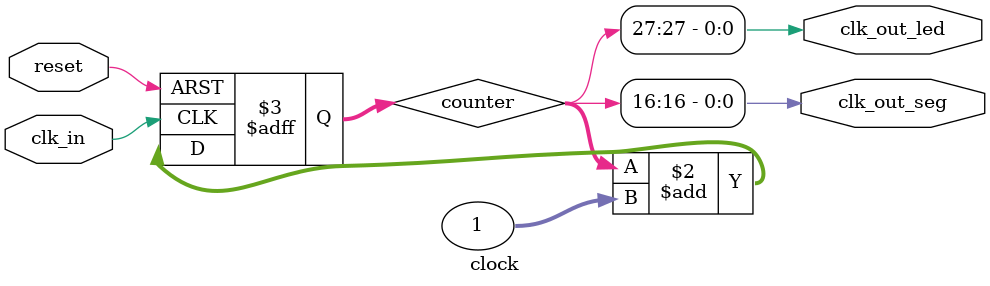
<source format=v>
`timescale 1ns / 1ps


module clock(
    input clk_in, reset,
    output clk_out_led, clk_out_seg
    );
    reg [32:0] counter;

always@(posedge clk_in, posedge reset)
    if(reset)
        counter = 0;
    else
        counter <= counter + 1;
        
    assign clk_out_led = counter[27];
    assign clk_out_seg = counter[16];
endmodule

</source>
